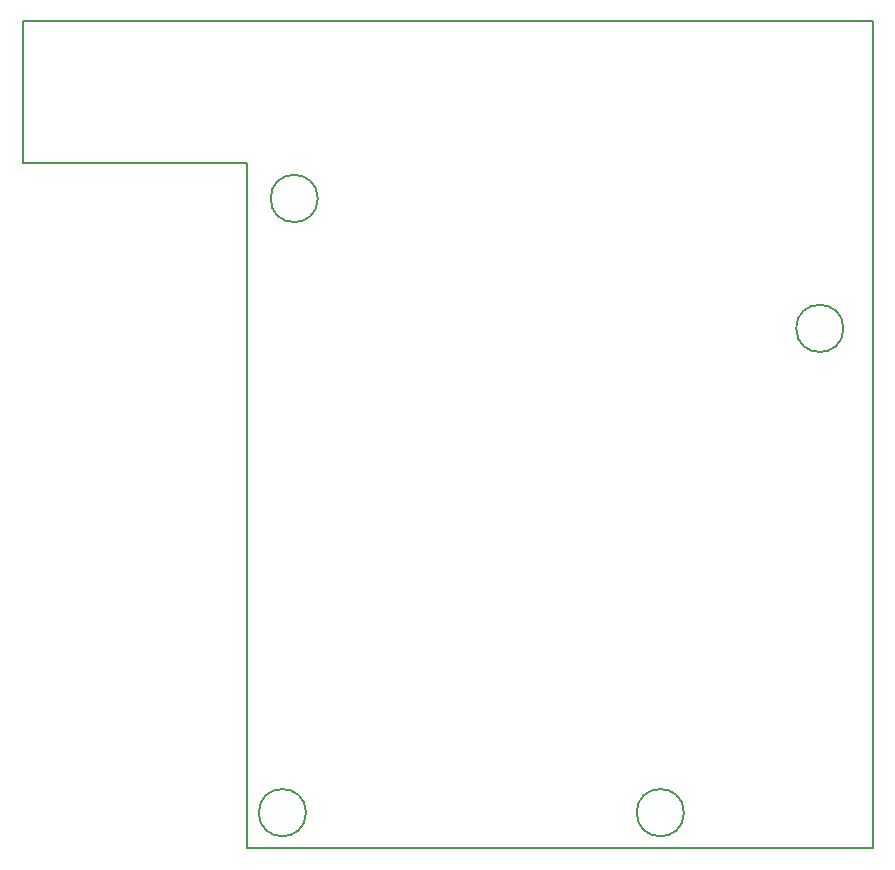
<source format=gbr>
G04 #@! TF.GenerationSoftware,KiCad,Pcbnew,5.1.4-e60b266~84~ubuntu18.04.1*
G04 #@! TF.CreationDate,2019-09-15T14:53:54+02:00*
G04 #@! TF.ProjectId,WaveGlideNG,57617665-476c-4696-9465-4e472e6b6963,rev?*
G04 #@! TF.SameCoordinates,Original*
G04 #@! TF.FileFunction,Profile,NP*
%FSLAX46Y46*%
G04 Gerber Fmt 4.6, Leading zero omitted, Abs format (unit mm)*
G04 Created by KiCad (PCBNEW 5.1.4-e60b266~84~ubuntu18.04.1) date 2019-09-15 14:53:54*
%MOMM*%
%LPD*%
G04 APERTURE LIST*
%ADD10C,0.150000*%
%ADD11C,0.200000*%
G04 APERTURE END LIST*
D10*
X148200000Y-146200000D02*
X140200001Y-146200000D01*
X148200000Y-104200000D02*
X148200000Y-146200000D01*
D11*
X95200000Y-146200000D02*
X140200001Y-146200000D01*
X76200000Y-88200000D02*
X95200000Y-88200001D01*
X145700001Y-102200000D02*
G75*
G03X145700001Y-102200000I-2000000J0D01*
G01*
X100200000Y-143200000D02*
G75*
G03X100200000Y-143200000I-2000000J0D01*
G01*
X95200000Y-88200001D02*
X95200000Y-146200000D01*
X101200000Y-91200000D02*
G75*
G03X101200000Y-91200000I-2000000J0D01*
G01*
X132200001Y-143200000D02*
G75*
G03X132200001Y-143200000I-2000000J0D01*
G01*
X148200000Y-76200001D02*
X76200000Y-76200000D01*
X148200000Y-104200000D02*
X148200000Y-76200001D01*
X76200000Y-76200000D02*
X76200000Y-88200000D01*
M02*

</source>
